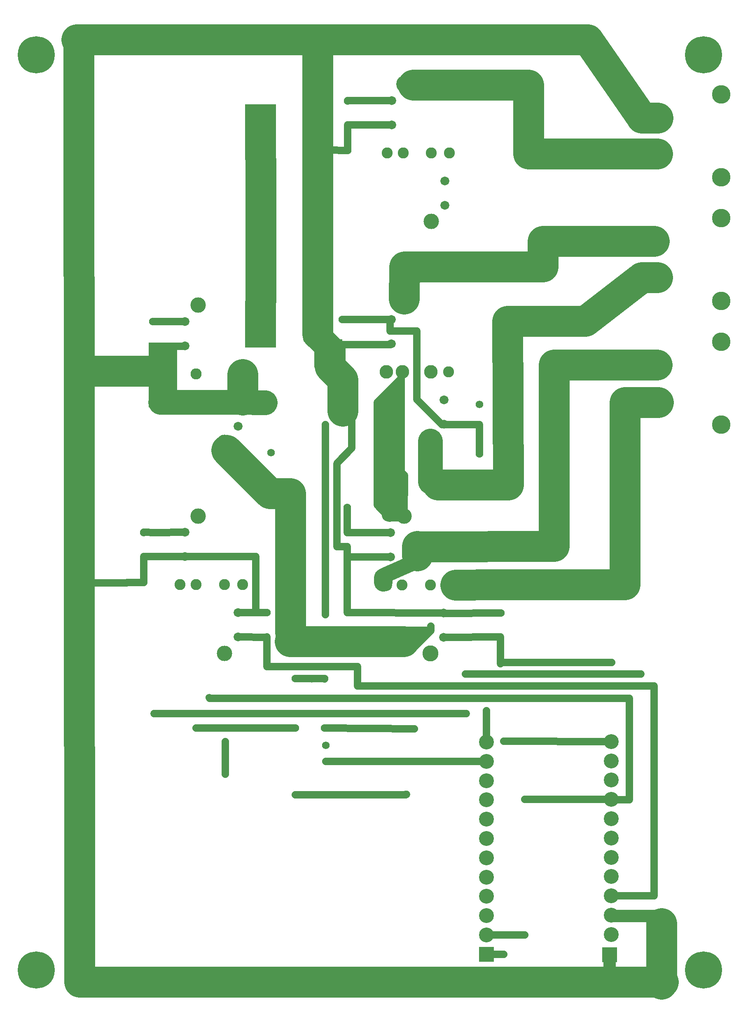
<source format=gbl>
*%FSLAX23Y23*%
*%MOIN*%
G01*
%ADD11C,0.150*%
%ADD12C,0.112*%
%ADD13C,0.120*%
%ADD14C,0.130*%
%ADD15C,0.140*%
%ADD16C,0.110*%
%ADD17C,0.100*%
%ADD18C,0.125*%
%ADD19C,0.090*%
%ADD20C,0.072*%
%ADD21C,0.089*%
%ADD22C,0.015*%
%ADD23C,0.200*%
%ADD24C,0.062*%
%ADD25C,0.060*%
%ADD26C,0.250*%
%ADD27C,0.010*%
%ADD28C,0.300*%
%ADD29C,0.012*%
%ADD30R,0.120X0.120*%
%ADD31R,0.025X0.025*%
D11*
X3205Y3537D02*
X3205Y3537D01*
X3205Y3575D01*
X5942Y6482D03*
X5942Y6813D03*
X5942Y7482D03*
X5942Y5813D03*
X5942Y5482D03*
X5942Y4813D03*
D12*
X5425Y5000D03*
X5300Y5000D03*
X5300Y5295D03*
X5425Y5295D03*
X5425Y6000D03*
X5300Y6000D03*
X5300Y6295D03*
X5425Y6295D03*
X5425Y7000D03*
X5300Y7000D03*
X5300Y7295D03*
X5425Y7295D03*
D13*
X759Y7945D02*
X759Y7945D01*
X755Y3561D01*
X4044Y2245D03*
X4044Y2089D03*
X4044Y1933D03*
X4044Y1777D03*
X4044Y1621D03*
X4044Y1465D03*
X4044Y1309D03*
X4044Y1153D03*
X4044Y997D03*
X4044Y841D03*
X4044Y685D03*
X5052Y689D03*
X5052Y845D03*
X5052Y1001D03*
X5052Y1157D03*
X5052Y1313D03*
X5052Y1469D03*
X5052Y1625D03*
X5052Y1781D03*
X5052Y1937D03*
X5052Y2093D03*
X5052Y2249D03*
D14*
X3588Y2960D03*
D15*
X3384Y7564D03*
D16*
X3363Y5237D03*
X3233Y5237D03*
X3592Y5237D03*
D17*
X3364Y4079D02*
X3364Y4079D01*
X3247Y4079D01*
X3229Y3515D03*
X3733Y3515D03*
X5052Y839D02*
X5052Y839D01*
X5454Y839D01*
X5040Y521D02*
X5040Y521D01*
X5040Y335D01*
D18*
X3472Y3704D02*
X3472Y3704D01*
X3216Y3592D01*
X3375Y4070D03*
X3592Y4682D03*
X3379Y5792D03*
X3597Y6454D03*
X1710Y4072D03*
X1923Y4667D03*
X1710Y5777D03*
X1923Y2962D03*
D19*
X1694Y5222D03*
X2068Y5222D03*
D20*
X2031Y4996D03*
X2031Y4799D03*
X1602Y5449D03*
X1602Y5646D03*
X3271Y5661D03*
X3271Y5464D03*
X3700Y5011D03*
X3700Y4814D03*
X3267Y3939D03*
X3267Y3742D03*
X3696Y3289D03*
X3696Y3092D03*
X2031Y3094D03*
X2031Y3291D03*
X1602Y3744D03*
X1602Y3941D03*
X3705Y6586D03*
X3705Y6783D03*
X3276Y7236D03*
X3276Y7433D03*
D21*
X3238Y7009D03*
X3368Y7009D03*
X3597Y7009D03*
X3742Y7009D03*
X3737Y5237D03*
X3588Y3515D03*
X3359Y3515D03*
X2068Y3517D03*
X1923Y3517D03*
X1694Y3517D03*
X1564Y3517D03*
D23*
X1406Y4990D02*
X1406Y4990D01*
X2025Y4990D01*
X2031Y4990D02*
X2031Y4990D01*
X2252Y4988D01*
X2215Y5622D02*
X2215Y5623D01*
X2215Y7139D02*
X2215Y7211D01*
X3589Y4679D02*
X3589Y4679D01*
X3589Y4349D01*
D24*
X3985Y4575D03*
X3985Y4975D03*
X2916Y4142D03*
X2299Y4584D03*
X2299Y4984D03*
X2876Y5260D03*
X2876Y5660D03*
X1344Y5645D03*
X1344Y5245D03*
X1269Y3939D03*
X1269Y3539D03*
X2265Y3290D03*
X2265Y2890D03*
X2496Y2757D03*
X2734Y2759D03*
X2734Y2359D03*
X2742Y2217D03*
X2496Y2357D03*
X2742Y1817D03*
X4158Y2888D03*
X4158Y3288D03*
X3442Y3115D02*
X3482Y3115D01*
X2916Y3742D03*
X2919Y7029D03*
X2919Y7429D03*
D25*
X2919Y7429D01*
X2919Y7433D01*
X2919Y7433D02*
X2919Y7433D01*
X3276Y7433D01*
X3276Y7236D02*
X3276Y7236D01*
X2919Y7236D01*
X2919Y7236D02*
X2919Y7236D01*
X2919Y7030D01*
X2919Y7029D02*
X2919Y7029D01*
X2759Y7030D01*
X2759Y7030D02*
X2759Y7030D01*
X2759Y7025D01*
X2265Y7176D03*
X2165Y7176D03*
X2165Y7288D03*
X2265Y7288D03*
X2265Y5610D03*
X2265Y5510D03*
X2165Y5510D03*
X2165Y5610D03*
X2590Y5500D02*
X2590Y5500D01*
X2805Y5285D01*
X2759Y5259D02*
X2759Y5259D01*
X2872Y5258D01*
X2872Y5257D02*
X2872Y5257D01*
X2872Y5458D01*
X2872Y5458D02*
X2872Y5458D01*
X3264Y5459D01*
X3264Y5567D02*
X3264Y5567D01*
X3480Y5567D01*
X3480Y5567D02*
X3480Y5567D01*
X3480Y5015D01*
X3480Y5015D02*
X3480Y5015D01*
X3684Y4811D01*
X3690Y4811D02*
X3690Y4811D01*
X3985Y4810D01*
X3985Y4810D02*
X3985Y4810D01*
X3987Y4576D01*
X3378Y4403D02*
X3378Y4403D01*
X3354Y4427D01*
X3354Y4427D02*
X3354Y4427D01*
X3354Y5231D01*
X3341Y5174D02*
X3341Y5174D01*
X3159Y4992D01*
X3159Y4992D02*
X3159Y4992D01*
X3159Y4163D01*
X3159Y4163D02*
X3159Y4163D01*
X3260Y4056D01*
X3234Y4118D02*
X3234Y4118D01*
X3237Y5044D01*
X3237Y5044D02*
X3237Y5044D01*
X3302Y5109D01*
X3302Y5109D02*
X3302Y5109D01*
X3299Y4144D01*
X3325Y4118D02*
X3325Y4118D01*
X3234Y4118D01*
X3265Y4129D02*
X3265Y4129D01*
X3268Y5056D01*
X3198Y4988D02*
X3198Y4988D01*
X3198Y4974D01*
X3198Y4974D02*
X3198Y4974D01*
X3222Y4950D01*
X3198Y4953D02*
X3198Y4953D01*
X3198Y4186D01*
X3337Y4122D02*
X3337Y4122D01*
X3340Y4440D01*
X3378Y4403D02*
X3378Y4403D01*
X3375Y4064D01*
X3266Y3939D02*
X3266Y3939D01*
X2916Y3939D01*
X2916Y3939D02*
X2916Y3939D01*
X2916Y4142D01*
X2916Y3825D02*
X2916Y3825D01*
X2916Y3617D01*
X2916Y3617D02*
X2916Y3617D01*
X2916Y3291D01*
X2916Y3291D02*
X2916Y3291D01*
X3696Y3289D01*
X3696Y3289D02*
X3696Y3289D01*
X3696Y3286D01*
X3696Y3286D02*
X3696Y3286D01*
X4158Y3288D01*
X4156Y3095D02*
X4156Y3095D01*
X3693Y3092D01*
X3594Y3147D02*
X3594Y3147D01*
X3324Y3147D01*
X3426Y2979D02*
X3426Y2979D01*
X3591Y3144D01*
X3594Y3147D02*
X3594Y3147D01*
X3594Y3183D01*
X3594Y3183D03*
X4156Y3095D02*
X4156Y3095D01*
X4156Y2879D01*
X4158Y2888D02*
X4158Y2888D01*
X5056Y2888D01*
X5056Y2888D03*
X5289Y2794D02*
X5289Y2794D01*
X5294Y2794D01*
X5289Y2794D02*
X5289Y2794D01*
X3874Y2794D01*
X3874Y2794D03*
X3874Y2474D03*
X3874Y2474D01*
X3879Y2474D01*
X3874Y2474D02*
X3874Y2474D01*
X1354Y2474D01*
X1359Y2474D03*
X1694Y2357D02*
X1694Y2357D01*
X2496Y2357D01*
X2734Y2359D02*
X2734Y2359D01*
X3459Y2351D01*
X3459Y2351D03*
X3396Y1823D02*
X3396Y1823D01*
X3390Y1823D01*
X3390Y1823D03*
X3390Y1817D02*
X3390Y1817D01*
X2742Y1817D01*
X2742Y1817D02*
X2742Y1817D01*
X2496Y1817D01*
X2496Y1817D03*
X2742Y2089D02*
X2742Y2089D01*
X4044Y2089D01*
X4044Y2243D02*
X4044Y2243D01*
X4044Y2499D01*
X4044Y2499D03*
X4183Y2252D02*
X4183Y2252D01*
X5052Y2249D01*
X5199Y2599D02*
X5199Y2599D01*
X5199Y1779D01*
X5199Y1779D02*
X5199Y1779D01*
X5049Y1779D01*
X5052Y1781D02*
X5052Y1781D01*
X4352Y1780D01*
X4352Y1780D03*
X4181Y2250D02*
X4181Y2250D01*
X4183Y2252D01*
X4181Y2250D03*
X5199Y2599D02*
X5199Y2599D01*
X1804Y2599D01*
X1799Y2604D03*
X1694Y2357D03*
X1929Y2249D02*
X1929Y2249D01*
X1929Y1984D01*
X1929Y1984D03*
X1929Y2249D03*
X2265Y2856D02*
X2265Y2856D01*
X3000Y2856D01*
X3000Y2856D02*
X3000Y2856D01*
X3000Y2699D01*
X3000Y2699D02*
X3000Y2699D01*
X5400Y2699D01*
X5400Y2699D02*
X5400Y2699D01*
X5400Y1001D01*
X5400Y1001D02*
X5400Y1001D01*
X5052Y1001D01*
X4352Y685D02*
X4352Y685D01*
X4044Y685D01*
X4044Y529D02*
X4044Y529D01*
X4181Y529D01*
X4181Y529D03*
X4352Y685D03*
X2742Y2089D03*
X2734Y2755D02*
X2734Y2755D01*
X2734Y2759D01*
X2734Y2757D02*
X2734Y2757D01*
X2496Y2757D01*
X2628Y2756D03*
X2265Y2856D02*
X2265Y2856D01*
X2265Y3094D01*
X2265Y3093D02*
X2265Y3093D01*
X2031Y3094D01*
X2031Y3291D02*
X2031Y3291D01*
X2265Y3291D01*
X2175Y3295D02*
X2175Y3295D01*
X2175Y3740D01*
X2175Y3744D02*
X2175Y3744D01*
X2045Y3744D01*
X2060Y3744D02*
X2060Y3744D01*
X1602Y3744D01*
X1602Y3744D02*
X1602Y3744D01*
X1269Y3744D01*
X1269Y3743D02*
X1269Y3743D01*
X1269Y3542D01*
X1268Y3535D02*
X1268Y3535D01*
X1136Y3535D01*
X1130Y3530D02*
X1130Y3530D01*
X730Y3530D01*
X1269Y3939D02*
X1269Y3939D01*
X1269Y3941D01*
X1269Y3941D02*
X1269Y3941D01*
X1364Y3939D01*
X1364Y3939D02*
X1364Y3939D01*
X1602Y3941D01*
X1364Y3939D03*
X2031Y4989D02*
X2031Y4989D01*
X2031Y4996D01*
X1596Y5445D02*
X1596Y5445D01*
X1344Y5445D01*
X1344Y5646D02*
X1344Y5646D01*
X1602Y5646D01*
X2700Y5615D02*
X2700Y5615D01*
X2795Y5520D01*
X2795Y5520D02*
X2795Y5520D01*
X2865Y5450D01*
X2680Y5490D02*
X2680Y5490D01*
X2680Y5280D01*
X2834Y5026D03*
X2834Y4930D03*
X2937Y4930D03*
X2954Y4928D02*
X2954Y4928D01*
X2954Y4620D01*
X2954Y4620D02*
X2954Y4620D01*
X2835Y4501D01*
X2832Y4494D02*
X2832Y4494D01*
X2832Y3825D01*
X2835Y3825D02*
X2835Y3825D01*
X2910Y3825D01*
X2916Y3742D02*
X2916Y3742D01*
X3266Y3742D01*
X2738Y3276D02*
X2738Y3276D01*
X2738Y4812D01*
X2738Y4812D03*
X2937Y5026D03*
X3264Y5567D02*
X3264Y5567D01*
X3264Y5657D01*
X3271Y5661D02*
X3271Y5661D01*
X2876Y5660D01*
X3444Y5775D02*
X3444Y5775D01*
X3444Y5792D01*
X5425Y6004D03*
X2738Y3276D03*
X5289Y2794D03*
D26*
X5163Y3517D02*
X5163Y3517D01*
X5161Y4992D01*
X5161Y4992D02*
X5161Y4992D01*
X5434Y4992D01*
X5421Y5295D02*
X5421Y5295D01*
X4589Y5295D01*
X4589Y5295D02*
X4589Y5295D01*
X4589Y3829D01*
X4589Y3829D02*
X4589Y3829D01*
X3507Y3826D01*
X3484Y3827D02*
X3484Y3827D01*
X3484Y3750D01*
X3793Y3515D02*
X3793Y3515D01*
X4112Y3517D01*
X4012Y3517D02*
X4012Y3517D01*
X5163Y3517D01*
X4219Y4324D02*
X4219Y4324D01*
X4214Y5649D01*
X4214Y5649D02*
X4214Y5649D01*
X4239Y5634D01*
X4214Y5649D02*
X4214Y5649D01*
X4844Y5649D01*
X4844Y5649D02*
X4844Y5649D01*
X5283Y5987D01*
X5300Y6000D02*
X5300Y6000D01*
X5425Y6000D01*
X5400Y6295D02*
X5400Y6295D01*
X4500Y6295D01*
X4500Y6295D02*
X4500Y6295D01*
X4500Y6089D01*
X4500Y6089D02*
X4500Y6089D01*
X3379Y6089D01*
X3379Y6089D02*
X3379Y6089D01*
X3376Y5828D01*
X2676Y5545D02*
X2676Y5545D01*
X2676Y7878D01*
X3448Y7558D02*
X3448Y7558D01*
X4381Y7559D01*
X4381Y7559D02*
X4381Y7559D01*
X4381Y7000D01*
X4381Y7000D02*
X4381Y7000D01*
X5300Y7000D01*
X5300Y7000D02*
X5300Y7000D01*
X5425Y7000D01*
X5428Y7291D02*
X5428Y7291D01*
X5299Y7291D01*
X5300Y7295D02*
X5300Y7295D01*
X4864Y7924D01*
X4859Y7924D02*
X4859Y7924D01*
X727Y7924D01*
X742Y7924D02*
X742Y7924D01*
X748Y325D01*
X748Y305D02*
X748Y305D01*
X5472Y305D01*
X5460Y287D02*
X5460Y287D01*
X5460Y779D01*
X3372Y3057D02*
X3372Y3057D01*
X2452Y3057D01*
X2455Y3130D02*
X2455Y3130D01*
X2455Y4255D01*
X2455Y4255D02*
X2455Y4255D01*
X2290Y4255D01*
X2290Y4255D02*
X2290Y4255D01*
X1940Y4605D01*
X2068Y5012D02*
X2068Y5012D01*
X2068Y5219D01*
X2215Y5810D02*
X2215Y5810D01*
X2215Y6950D01*
X2775Y5280D02*
X2775Y5280D01*
X2880Y5175D01*
X2880Y5175D02*
X2880Y5175D01*
X2880Y4920D01*
X3649Y4324D02*
X3649Y4324D01*
X4219Y4324D01*
X1395Y5245D02*
X1395Y5245D01*
X785Y5245D01*
D28*
X400Y7800D03*
X5800Y7800D03*
X5800Y400D03*
X400Y400D03*
D30*
X4044Y529D03*
X5040Y526D03*
X1370Y5010D02*
X1480Y5010D01*
X1480Y5415D01*
X1370Y5415D01*
X1370Y5010D01*
X2150Y5495D02*
X2280Y5495D01*
X2280Y5750D01*
X2150Y5750D01*
X2150Y5495D01*
X2745Y5295D02*
X2815Y5295D01*
X2815Y5440D01*
X2745Y5440D01*
X2745Y5295D01*
X2150Y7010D02*
X2280Y7010D01*
X2280Y7340D01*
X2150Y7340D01*
X2150Y7010D01*
D31*
X3408Y3090D02*
X3516Y3090D01*
X3516Y3140D01*
X3408Y3140D01*
X3408Y3090D01*
X3454Y3102D02*
X3504Y3102D01*
X3504Y3134D01*
X3454Y3134D01*
X3454Y3102D01*
X3478Y3118D02*
X3480Y3118D01*
D02*
M02*

</source>
